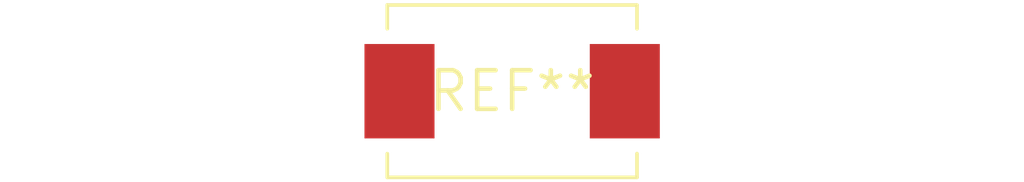
<source format=kicad_pcb>
(kicad_pcb (version 20240108) (generator pcbnew)
  (layers (0 "F.Cu" signal) (31 "B.Cu" signal) (34 "B.Paste" user) (35 "F.Paste" user) (36 "B.SilkS" user "B.Silkscreen") (37 "F.SilkS" user "F.Silkscreen") (38 "B.Mask" user) (39 "F.Mask" user) (44 "Edge.Cuts" user))
  (net 0 "")
  (footprint "Fuse_Bourns_MF-SM_7.98x5.44mm" (layer "F.Cu") (at 0 0)
    (property "Reference" "REF**")
    (property "Value" "Fuse_Bourns_MF-SM_7.98x5.44mm")
    (fp_line (start -4.1 -2.83) (end -4.1 -2.05) (layer "F.SilkS") (stroke (width 0.12)))
    (fp_line (start -4.1 -2.83) (end 4.1 -2.83) (layer "F.SilkS") (stroke (width 0.12)))
    (fp_line (start -4.1 2.83) (end -4.1 2.05) (layer "F.SilkS") (stroke (width 0.12)))
    (fp_line (start -4.1 2.83) (end 4.1 2.83) (layer "F.SilkS") (stroke (width 0.12)))
    (fp_line (start 4.1 -2.83) (end 4.1 -2.05) (layer "F.SilkS") (stroke (width 0.12)))
    (fp_line (start 4.1 2.83) (end 4.1 2.05) (layer "F.SilkS") (stroke (width 0.12)))
    (pad "1" smd rect (at -3.7 0) (size 2.3 3.1) (layers "F.Cu" "F.Paste" "F.Mask"))
    (pad "2" smd rect (at 3.7 0) (size 2.3 3.1) (layers "F.Cu" "F.Paste" "F.Mask"))
  )
)
</source>
